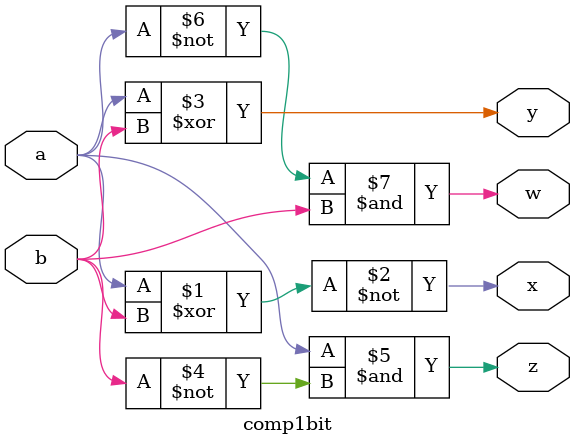
<source format=v>
`timescale 1ns / 1ps

module comp1bit(
input a,b,
output x,y,z,w

    );
   
    assign x= ~(a^b),
    y = a^b,
    z = a&(~b),
    w= (~a)&b;
    
endmodule

</source>
